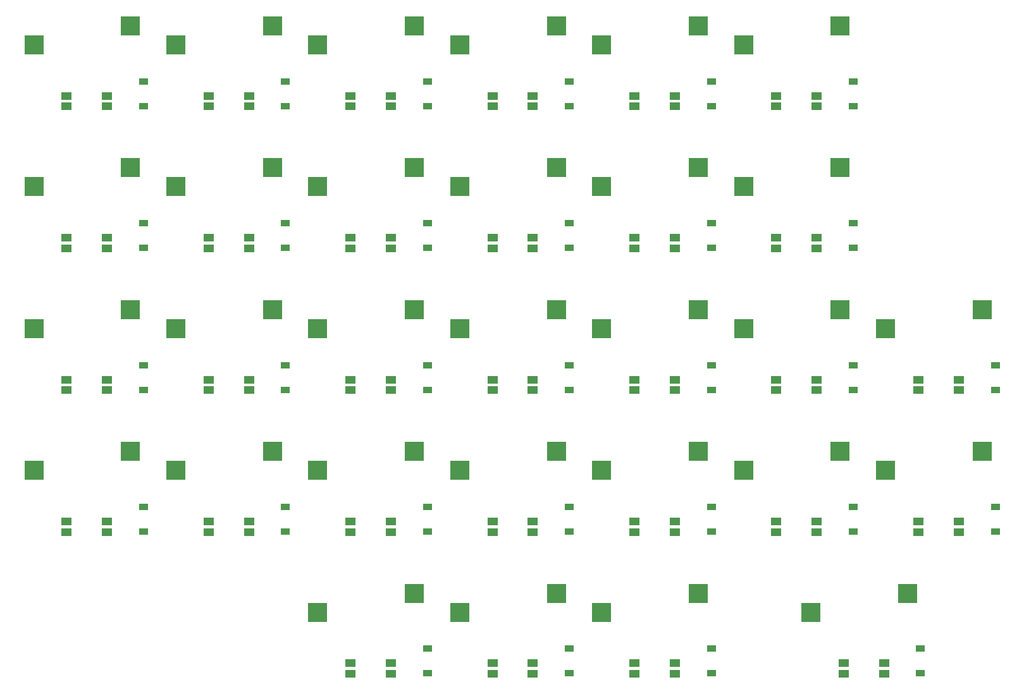
<source format=gbr>
%TF.GenerationSoftware,KiCad,Pcbnew,8.0.8-8.0.8-0~ubuntu24.04.1*%
%TF.CreationDate,2025-01-29T12:56:02-05:00*%
%TF.ProjectId,nitsud,6e697473-7564-42e6-9b69-6361645f7063,v1.0.0*%
%TF.SameCoordinates,Original*%
%TF.FileFunction,Paste,Bot*%
%TF.FilePolarity,Positive*%
%FSLAX46Y46*%
G04 Gerber Fmt 4.6, Leading zero omitted, Abs format (unit mm)*
G04 Created by KiCad (PCBNEW 8.0.8-8.0.8-0~ubuntu24.04.1) date 2025-01-29 12:56:02*
%MOMM*%
%LPD*%
G01*
G04 APERTURE LIST*
%ADD10R,2.550000X2.500000*%
%ADD11R,1.400000X1.000000*%
%ADD12R,1.200000X0.900000*%
G04 APERTURE END LIST*
D10*
%TO.C,S5*%
X161915000Y-147460000D03*
X174842000Y-144920000D03*
%TD*%
D11*
%TO.C,LED27*%
X190700000Y-174700000D03*
X190700000Y-173300000D03*
X185300000Y-173300000D03*
X185300000Y-174700000D03*
%TD*%
D12*
%TO.C,D5*%
X176600000Y-155650000D03*
X176600000Y-152350000D03*
%TD*%
%TO.C,D19*%
X233600000Y-117650000D03*
X233600000Y-114350000D03*
%TD*%
D11*
%TO.C,LED15*%
X209700000Y-117700000D03*
X209700000Y-116300000D03*
X204300000Y-116300000D03*
X204300000Y-117700000D03*
%TD*%
%TO.C,LED26*%
X266700000Y-136700000D03*
X266700000Y-135300000D03*
X261300000Y-135300000D03*
X261300000Y-136700000D03*
%TD*%
D10*
%TO.C,S13*%
X199915000Y-147460000D03*
X212842000Y-144920000D03*
%TD*%
%TO.C,S2*%
X142915000Y-128460000D03*
X155842000Y-125920000D03*
%TD*%
D11*
%TO.C,LED16*%
X209700000Y-98700000D03*
X209700000Y-97300000D03*
X204300000Y-97300000D03*
X204300000Y-98700000D03*
%TD*%
D10*
%TO.C,S29*%
X218915000Y-166460000D03*
X231842000Y-163920000D03*
%TD*%
%TO.C,S22*%
X237915000Y-128460000D03*
X250842000Y-125920000D03*
%TD*%
D12*
%TO.C,D2*%
X157600000Y-136650000D03*
X157600000Y-133350000D03*
%TD*%
%TO.C,D29*%
X233600000Y-174650000D03*
X233600000Y-171350000D03*
%TD*%
D10*
%TO.C,S3*%
X142915000Y-109460000D03*
X155842000Y-106920000D03*
%TD*%
%TO.C,S1*%
X142915000Y-147460000D03*
X155842000Y-144920000D03*
%TD*%
%TO.C,S19*%
X218915000Y-109460000D03*
X231842000Y-106920000D03*
%TD*%
D11*
%TO.C,LED10*%
X190700000Y-136700000D03*
X190700000Y-135300000D03*
X185300000Y-135300000D03*
X185300000Y-136700000D03*
%TD*%
D10*
%TO.C,S25*%
X256915000Y-147460000D03*
X269842000Y-144920000D03*
%TD*%
%TO.C,S4*%
X142915000Y-90460000D03*
X155842000Y-87920000D03*
%TD*%
D11*
%TO.C,LED20*%
X228700000Y-98700000D03*
X228700000Y-97300000D03*
X223300000Y-97300000D03*
X223300000Y-98700000D03*
%TD*%
D12*
%TO.C,D14*%
X214600000Y-136650000D03*
X214600000Y-133350000D03*
%TD*%
D11*
%TO.C,LED2*%
X152700000Y-136700000D03*
X152700000Y-135300000D03*
X147300000Y-135300000D03*
X147300000Y-136700000D03*
%TD*%
%TO.C,LED13*%
X209700000Y-155700000D03*
X209700000Y-154300000D03*
X204300000Y-154300000D03*
X204300000Y-155700000D03*
%TD*%
%TO.C,LED6*%
X171700000Y-136700000D03*
X171700000Y-135300000D03*
X166300000Y-135300000D03*
X166300000Y-136700000D03*
%TD*%
D12*
%TO.C,D26*%
X271600000Y-136650000D03*
X271600000Y-133350000D03*
%TD*%
D10*
%TO.C,S21*%
X237915000Y-147460000D03*
X250842000Y-144920000D03*
%TD*%
D11*
%TO.C,LED18*%
X228700000Y-136700000D03*
X228700000Y-135300000D03*
X223300000Y-135300000D03*
X223300000Y-136700000D03*
%TD*%
D10*
%TO.C,S24*%
X237915000Y-90460000D03*
X250842000Y-87920000D03*
%TD*%
D12*
%TO.C,D25*%
X271600000Y-155650000D03*
X271600000Y-152350000D03*
%TD*%
%TO.C,D28*%
X214600000Y-174650000D03*
X214600000Y-171350000D03*
%TD*%
%TO.C,D22*%
X252600000Y-136650000D03*
X252600000Y-133350000D03*
%TD*%
%TO.C,D7*%
X176600000Y-117650000D03*
X176600000Y-114350000D03*
%TD*%
%TO.C,D13*%
X214600000Y-155650000D03*
X214600000Y-152350000D03*
%TD*%
D10*
%TO.C,S27*%
X180915000Y-166460000D03*
X193842000Y-163920000D03*
%TD*%
%TO.C,S12*%
X180915000Y-90460000D03*
X193842000Y-87920000D03*
%TD*%
D12*
%TO.C,D23*%
X252600000Y-117650000D03*
X252600000Y-114350000D03*
%TD*%
%TO.C,D10*%
X195600000Y-136650000D03*
X195600000Y-133350000D03*
%TD*%
%TO.C,D20*%
X233600000Y-98650000D03*
X233600000Y-95350000D03*
%TD*%
%TO.C,D4*%
X157600000Y-98650000D03*
X157600000Y-95350000D03*
%TD*%
D11*
%TO.C,LED5*%
X171700000Y-155700000D03*
X171700000Y-154300000D03*
X166300000Y-154300000D03*
X166300000Y-155700000D03*
%TD*%
D12*
%TO.C,D6*%
X176600000Y-136650000D03*
X176600000Y-133350000D03*
%TD*%
D10*
%TO.C,S14*%
X199915000Y-128460000D03*
X212842000Y-125920000D03*
%TD*%
%TO.C,S16*%
X199915000Y-90460000D03*
X212842000Y-87920000D03*
%TD*%
D12*
%TO.C,D12*%
X195600000Y-98650000D03*
X195600000Y-95350000D03*
%TD*%
D10*
%TO.C,S26*%
X256915000Y-128460000D03*
X269842000Y-125920000D03*
%TD*%
D11*
%TO.C,LED21*%
X247700000Y-155700000D03*
X247700000Y-154300000D03*
X242300000Y-154300000D03*
X242300000Y-155700000D03*
%TD*%
%TO.C,LED3*%
X152700000Y-117700000D03*
X152700000Y-116300000D03*
X147300000Y-116300000D03*
X147300000Y-117700000D03*
%TD*%
D10*
%TO.C,S15*%
X199915000Y-109460000D03*
X212842000Y-106920000D03*
%TD*%
D12*
%TO.C,D18*%
X233600000Y-136650000D03*
X233600000Y-133350000D03*
%TD*%
%TO.C,D3*%
X157600000Y-117650000D03*
X157600000Y-114350000D03*
%TD*%
D10*
%TO.C,S7*%
X161915000Y-109460000D03*
X174842000Y-106920000D03*
%TD*%
D11*
%TO.C,LED24*%
X247700000Y-98700000D03*
X247700000Y-97300000D03*
X242300000Y-97300000D03*
X242300000Y-98700000D03*
%TD*%
%TO.C,LED1*%
X152700000Y-155700000D03*
X152700000Y-154300000D03*
X147300000Y-154300000D03*
X147300000Y-155700000D03*
%TD*%
D10*
%TO.C,S23*%
X237915000Y-109460000D03*
X250842000Y-106920000D03*
%TD*%
D11*
%TO.C,LED4*%
X152700000Y-98700000D03*
X152700000Y-97300000D03*
X147300000Y-97300000D03*
X147300000Y-98700000D03*
%TD*%
D12*
%TO.C,D24*%
X252600000Y-98650000D03*
X252600000Y-95350000D03*
%TD*%
%TO.C,D15*%
X214600000Y-117650000D03*
X214600000Y-114350000D03*
%TD*%
%TO.C,D27*%
X195600000Y-174650000D03*
X195600000Y-171350000D03*
%TD*%
D11*
%TO.C,LED29*%
X228700000Y-174700000D03*
X228700000Y-173300000D03*
X223300000Y-173300000D03*
X223300000Y-174700000D03*
%TD*%
D12*
%TO.C,D30*%
X261600000Y-174650000D03*
X261600000Y-171350000D03*
%TD*%
D10*
%TO.C,S18*%
X218915000Y-128460000D03*
X231842000Y-125920000D03*
%TD*%
D11*
%TO.C,LED25*%
X266700000Y-155700000D03*
X266700000Y-154300000D03*
X261300000Y-154300000D03*
X261300000Y-155700000D03*
%TD*%
%TO.C,LED8*%
X171700000Y-98700000D03*
X171700000Y-97300000D03*
X166300000Y-97300000D03*
X166300000Y-98700000D03*
%TD*%
D12*
%TO.C,D17*%
X233600000Y-155650000D03*
X233600000Y-152350000D03*
%TD*%
D11*
%TO.C,LED22*%
X247700000Y-136700000D03*
X247700000Y-135300000D03*
X242300000Y-135300000D03*
X242300000Y-136700000D03*
%TD*%
D10*
%TO.C,S9*%
X180915000Y-147460000D03*
X193842000Y-144920000D03*
%TD*%
%TO.C,S6*%
X161915000Y-128460000D03*
X174842000Y-125920000D03*
%TD*%
%TO.C,S10*%
X180915000Y-128460000D03*
X193842000Y-125920000D03*
%TD*%
D12*
%TO.C,D8*%
X176600000Y-98650000D03*
X176600000Y-95350000D03*
%TD*%
D10*
%TO.C,S20*%
X218915000Y-90460000D03*
X231842000Y-87920000D03*
%TD*%
D12*
%TO.C,D11*%
X195600000Y-117650000D03*
X195600000Y-114350000D03*
%TD*%
%TO.C,D21*%
X252600000Y-155650000D03*
X252600000Y-152350000D03*
%TD*%
%TO.C,D9*%
X195600000Y-155650000D03*
X195600000Y-152350000D03*
%TD*%
D11*
%TO.C,LED14*%
X209700000Y-136700000D03*
X209700000Y-135300000D03*
X204300000Y-135300000D03*
X204300000Y-136700000D03*
%TD*%
D10*
%TO.C,S8*%
X161915000Y-90460000D03*
X174842000Y-87920000D03*
%TD*%
D11*
%TO.C,LED23*%
X247700000Y-117700000D03*
X247700000Y-116300000D03*
X242300000Y-116300000D03*
X242300000Y-117700000D03*
%TD*%
%TO.C,LED28*%
X209700000Y-174700000D03*
X209700000Y-173300000D03*
X204300000Y-173300000D03*
X204300000Y-174700000D03*
%TD*%
D12*
%TO.C,D1*%
X157600000Y-155650000D03*
X157600000Y-152350000D03*
%TD*%
D11*
%TO.C,LED30*%
X256700000Y-174700000D03*
X256700000Y-173300000D03*
X251300000Y-173300000D03*
X251300000Y-174700000D03*
%TD*%
%TO.C,LED17*%
X228700000Y-155700000D03*
X228700000Y-154300000D03*
X223300000Y-154300000D03*
X223300000Y-155700000D03*
%TD*%
D10*
%TO.C,S28*%
X199915000Y-166460000D03*
X212842000Y-163920000D03*
%TD*%
D11*
%TO.C,LED19*%
X228700000Y-117700000D03*
X228700000Y-116300000D03*
X223300000Y-116300000D03*
X223300000Y-117700000D03*
%TD*%
%TO.C,LED9*%
X190700000Y-155700000D03*
X190700000Y-154300000D03*
X185300000Y-154300000D03*
X185300000Y-155700000D03*
%TD*%
D12*
%TO.C,D16*%
X214600000Y-98650000D03*
X214600000Y-95350000D03*
%TD*%
D11*
%TO.C,LED12*%
X190700000Y-98700000D03*
X190700000Y-97300000D03*
X185300000Y-97300000D03*
X185300000Y-98700000D03*
%TD*%
D10*
%TO.C,S11*%
X180915000Y-109460000D03*
X193842000Y-106920000D03*
%TD*%
%TO.C,S17*%
X218915000Y-147460000D03*
X231842000Y-144920000D03*
%TD*%
D11*
%TO.C,LED7*%
X171700000Y-117700000D03*
X171700000Y-116300000D03*
X166300000Y-116300000D03*
X166300000Y-117700000D03*
%TD*%
%TO.C,LED11*%
X190700000Y-117700000D03*
X190700000Y-116300000D03*
X185300000Y-116300000D03*
X185300000Y-117700000D03*
%TD*%
D10*
%TO.C,S30*%
X246915000Y-166460000D03*
X259842000Y-163920000D03*
%TD*%
M02*

</source>
